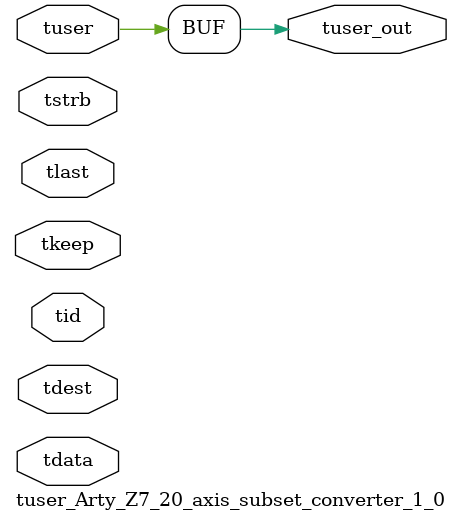
<source format=v>


`timescale 1ps/1ps

module tuser_Arty_Z7_20_axis_subset_converter_1_0 #
(
parameter C_S_AXIS_TUSER_WIDTH = 1,
parameter C_S_AXIS_TDATA_WIDTH = 32,
parameter C_S_AXIS_TID_WIDTH   = 0,
parameter C_S_AXIS_TDEST_WIDTH = 0,
parameter C_M_AXIS_TUSER_WIDTH = 1
)
(
input  [(C_S_AXIS_TUSER_WIDTH == 0 ? 1 : C_S_AXIS_TUSER_WIDTH)-1:0     ] tuser,
input  [(C_S_AXIS_TDATA_WIDTH == 0 ? 1 : C_S_AXIS_TDATA_WIDTH)-1:0     ] tdata,
input  [(C_S_AXIS_TID_WIDTH   == 0 ? 1 : C_S_AXIS_TID_WIDTH)-1:0       ] tid,
input  [(C_S_AXIS_TDEST_WIDTH == 0 ? 1 : C_S_AXIS_TDEST_WIDTH)-1:0     ] tdest,
input  [(C_S_AXIS_TDATA_WIDTH/8)-1:0 ] tkeep,
input  [(C_S_AXIS_TDATA_WIDTH/8)-1:0 ] tstrb,
input                                                                    tlast,
output [C_M_AXIS_TUSER_WIDTH-1:0] tuser_out
);

assign tuser_out = {tuser[0:0]};

endmodule


</source>
